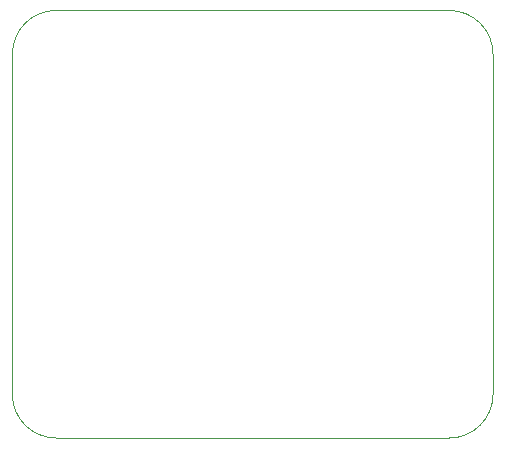
<source format=gm1>
%TF.GenerationSoftware,KiCad,Pcbnew,(5.1.9)-1*%
%TF.CreationDate,2022-08-30T23:25:40+02:00*%
%TF.ProjectId,adder,61646465-722e-46b6-9963-61645f706362,rev?*%
%TF.SameCoordinates,Original*%
%TF.FileFunction,Profile,NP*%
%FSLAX46Y46*%
G04 Gerber Fmt 4.6, Leading zero omitted, Abs format (unit mm)*
G04 Created by KiCad (PCBNEW (5.1.9)-1) date 2022-08-30 23:25:40*
%MOMM*%
%LPD*%
G01*
G04 APERTURE LIST*
%TA.AperFunction,Profile*%
%ADD10C,0.050000*%
%TD*%
G04 APERTURE END LIST*
D10*
X190550000Y-110050000D02*
G75*
G02*
X186850000Y-113750000I-3700000J0D01*
G01*
X153550000Y-113750000D02*
X186850000Y-113750000D01*
X153550000Y-113750000D02*
G75*
G02*
X149850000Y-110050000I0J3700000D01*
G01*
X149850000Y-81250000D02*
G75*
G02*
X153550000Y-77550000I3700000J0D01*
G01*
X186850000Y-77550000D02*
G75*
G02*
X190550000Y-81250000I0J-3700000D01*
G01*
X190550000Y-110050000D02*
X190550000Y-81250000D01*
X149850000Y-81250000D02*
X149850000Y-110050000D01*
X186850000Y-77550000D02*
X153550000Y-77550000D01*
M02*

</source>
